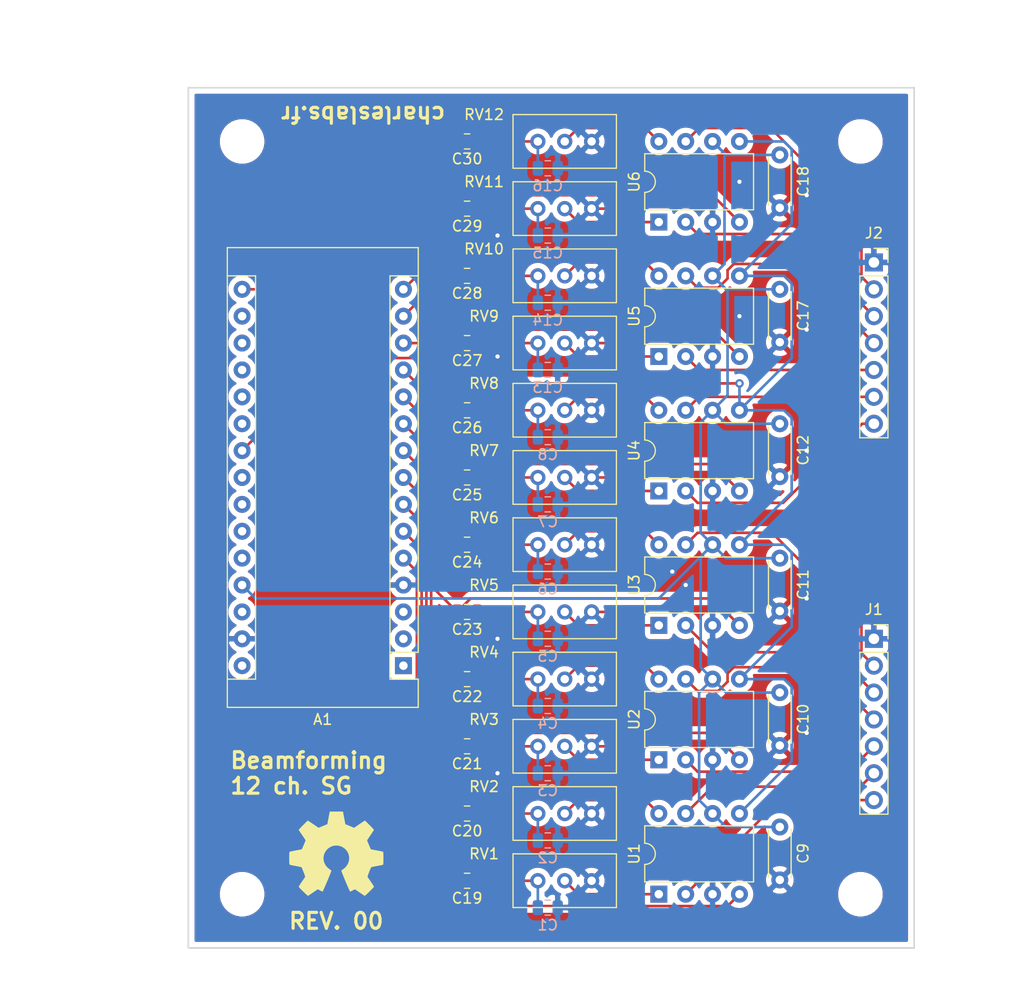
<source format=kicad_pcb>
(kicad_pcb (version 20171130) (host pcbnew 5.1.4-e60b266~84~ubuntu19.04.1)
  (title_block (title "Beamforming Signal Generator") (date 2019-12-04) (rev 00) (company charleslabs.fr))
  (layers (0 F.Cu signal) (31 B.Cu signal) (34 B.Paste user) (35 F.Paste user) (36 B.SilkS user) (37 F.SilkS user) (38 B.Mask user) (39 F.Mask user) (44 Edge.Cuts user))
  (net 0 "")
  (net 1 GND)
  (net 2 /S_0)
  (net 3 /S_1)
  (net 4 /S_2)
  (net 5 /S_3)
  (net 6 /S_4)
  (net 7 /S_5)
  (net 8 /S_6)
  (net 9 +5V)
  (net 10 /S_7)
  (net 11 /S_8)
  (net 12 /S_9)
  (net 13 /S_10)
  (net 14 /S_11)
  (net 15 /HP_5)
  (net 16 /HP_4)
  (net 17 /HP_3)
  (net 18 /HP_2)
  (net 19 /HP_1)
  (net 20 /HP_0)
  (net 21 /HP_6)
  (net 22 /HP_7)
  (net 23 /HP_8)
  (net 24 /HP_9)
  (net 25 /HP_10)
  (net 26 /HP_11)
  (net 27 "Net-(RV1-Pad2)")
  (net 28 "Net-(RV2-Pad2)")
  (net 29 "Net-(RV3-Pad2)")
  (net 30 "Net-(RV4-Pad2)")
  (net 31 "Net-(RV5-Pad2)")
  (net 32 "Net-(RV6-Pad2)")
  (net 33 "Net-(RV7-Pad2)")
  (net 34 "Net-(RV8-Pad2)")
  (net 35 "Net-(RV9-Pad2)")
  (net 36 "Net-(RV10-Pad2)")
  (net 37 "Net-(RV11-Pad2)")
  (net 38 "Net-(RV12-Pad2)")
  (net 39 /S_0C)
  (net 40 /S_1C)
  (net 41 /S_2C)
  (net 42 /S_3C)
  (net 43 /S_4C)
  (net 44 /S_5C)
  (net 45 /S_6C)
  (net 46 /S_7C)
  (net 47 /S_8C)
  (net 48 /S_9C)
  (net 49 /S_10C)
  (net 50 /S_11C)
  (net 51 /SCLK)
  (net 52 "Net-(A1-Pad1)")
  (net 53 "Net-(A1-Pad17)")
  (net 54 "Net-(A1-Pad2)")
  (net 55 "Net-(A1-Pad18)")
  (net 56 "Net-(A1-Pad3)")
  (net 57 "Net-(A1-Pad19)")
  (net 58 "Net-(A1-Pad20)")
  (net 59 "Net-(A1-Pad21)")
  (net 60 "Net-(A1-Pad23)")
  (net 61 "Net-(A1-Pad24)")
  (net 62 "Net-(A1-Pad25)")
  (net 63 "Net-(A1-Pad26)")
  (net 64 "Net-(A1-Pad28)")
  (net 65 "Net-(A1-Pad30)")
  (module Potentiometer_THT:Potentiometer_Bourns_3296W_Vertical (layer F.Cu) (at 134.62 93.98 180)
    (fp_text reference RV6 (at 5.08 2.54 180) (layer F.SilkS))
    (fp_text value 10k)
    (pad 3 thru_hole circle (at -5.08 0 180) (size 1.44 1.44) (drill 0.8) (layers *.Cu *.Mask) (net 1 GND))
    (pad 2 thru_hole circle (at -2.54 0 180) (size 1.44 1.44) (drill 0.8) (layers *.Cu *.Mask) (net 32 "Net-(RV6-Pad2)"))
    (pad 1 thru_hole circle (at 0 0 180) (size 1.44 1.44) (drill 0.8) (layers *.Cu *.Mask) (net 44 /S_5C))
  )
  (module Potentiometer_THT:Potentiometer_Bourns_3296W_Vertical (layer F.Cu) (at 134.62 100.33 180)
    (fp_text reference RV5 (at 5.08 2.54 180) (layer F.SilkS))
    (fp_text value 10k)
    (pad 1 thru_hole circle (at 0 0 180) (size 1.44 1.44) (drill 0.8) (layers *.Cu *.Mask) (net 43 /S_4C))
    (pad 2 thru_hole circle (at -2.54 0 180) (size 1.44 1.44) (drill 0.8) (layers *.Cu *.Mask) (net 31 "Net-(RV5-Pad2)"))
    (pad 3 thru_hole circle (at -5.08 0 180) (size 1.44 1.44) (drill 0.8) (layers *.Cu *.Mask) (net 1 GND))
  )
  (module Potentiometer_THT:Potentiometer_Bourns_3296W_Vertical (layer F.Cu) (at 134.62 106.68 180)
    (fp_text reference RV4 (at 5.08 2.54 180) (layer F.SilkS))
    (fp_text value 10k)
    (pad 3 thru_hole circle (at -5.08 0 180) (size 1.44 1.44) (drill 0.8) (layers *.Cu *.Mask) (net 1 GND))
    (pad 2 thru_hole circle (at -2.54 0 180) (size 1.44 1.44) (drill 0.8) (layers *.Cu *.Mask) (net 30 "Net-(RV4-Pad2)"))
    (pad 1 thru_hole circle (at 0 0 180) (size 1.44 1.44) (drill 0.8) (layers *.Cu *.Mask) (net 42 /S_3C))
  )
  (module Module:Arduino_Nano (layer F.Cu) (at 121.92 105.41 180)
    (fp_text reference A1 (at 7.62 -5.08 180) (layer F.SilkS))
    (fp_text value Arduino_Nano_v3.x)
    (pad 1 thru_hole rect (at 0 0 180) (size 1.6 1.6) (drill 0.8) (layers *.Cu *.Mask) (net 52 "Net-(A1-Pad1)"))
    (pad 17 thru_hole oval (at 15.24 33.02 180) (size 1.6 1.6) (drill 0.8) (layers *.Cu *.Mask) (net 53 "Net-(A1-Pad17)"))
    (pad 2 thru_hole oval (at 0 2.54 180) (size 1.6 1.6) (drill 0.8) (layers *.Cu *.Mask) (net 54 "Net-(A1-Pad2)"))
    (pad 18 thru_hole oval (at 15.24 30.48 180) (size 1.6 1.6) (drill 0.8) (layers *.Cu *.Mask) (net 55 "Net-(A1-Pad18)"))
    (pad 3 thru_hole oval (at 0 5.08 180) (size 1.6 1.6) (drill 0.8) (layers *.Cu *.Mask) (net 56 "Net-(A1-Pad3)"))
    (pad 19 thru_hole oval (at 15.24 27.94 180) (size 1.6 1.6) (drill 0.8) (layers *.Cu *.Mask) (net 57 "Net-(A1-Pad19)"))
    (pad 4 thru_hole oval (at 0 7.62 180) (size 1.6 1.6) (drill 0.8) (layers *.Cu *.Mask) (net 1 GND))
    (pad 20 thru_hole oval (at 15.24 25.4 180) (size 1.6 1.6) (drill 0.8) (layers *.Cu *.Mask) (net 58 "Net-(A1-Pad20)"))
    (pad 5 thru_hole oval (at 0 10.16 180) (size 1.6 1.6) (drill 0.8) (layers *.Cu *.Mask) (net 2 /S_0))
    (pad 21 thru_hole oval (at 15.24 22.86 180) (size 1.6 1.6) (drill 0.8) (layers *.Cu *.Mask) (net 59 "Net-(A1-Pad21)"))
    (pad 6 thru_hole oval (at 0 12.7 180) (size 1.6 1.6) (drill 0.8) (layers *.Cu *.Mask) (net 3 /S_1))
    (pad 22 thru_hole oval (at 15.24 20.32 180) (size 1.6 1.6) (drill 0.8) (layers *.Cu *.Mask) (net 51 /SCLK))
    (pad 7 thru_hole oval (at 0 15.24 180) (size 1.6 1.6) (drill 0.8) (layers *.Cu *.Mask) (net 4 /S_2))
    (pad 23 thru_hole oval (at 15.24 17.78 180) (size 1.6 1.6) (drill 0.8) (layers *.Cu *.Mask) (net 60 "Net-(A1-Pad23)"))
    (pad 8 thru_hole oval (at 0 17.78 180) (size 1.6 1.6) (drill 0.8) (layers *.Cu *.Mask) (net 5 /S_3))
    (pad 24 thru_hole oval (at 15.24 15.24 180) (size 1.6 1.6) (drill 0.8) (layers *.Cu *.Mask) (net 61 "Net-(A1-Pad24)"))
    (pad 9 thru_hole oval (at 0 20.32 180) (size 1.6 1.6) (drill 0.8) (layers *.Cu *.Mask) (net 6 /S_4))
    (pad 25 thru_hole oval (at 15.24 12.7 180) (size 1.6 1.6) (drill 0.8) (layers *.Cu *.Mask) (net 62 "Net-(A1-Pad25)"))
    (pad 10 thru_hole oval (at 0 22.86 180) (size 1.6 1.6) (drill 0.8) (layers *.Cu *.Mask) (net 7 /S_5))
    (pad 26 thru_hole oval (at 15.24 10.16 180) (size 1.6 1.6) (drill 0.8) (layers *.Cu *.Mask) (net 63 "Net-(A1-Pad26)"))
    (pad 11 thru_hole oval (at 0 25.4 180) (size 1.6 1.6) (drill 0.8) (layers *.Cu *.Mask) (net 8 /S_6))
    (pad 27 thru_hole oval (at 15.24 7.62 180) (size 1.6 1.6) (drill 0.8) (layers *.Cu *.Mask) (net 9 +5V))
    (pad 12 thru_hole oval (at 0 27.94 180) (size 1.6 1.6) (drill 0.8) (layers *.Cu *.Mask) (net 10 /S_7))
    (pad 28 thru_hole oval (at 15.24 5.08 180) (size 1.6 1.6) (drill 0.8) (layers *.Cu *.Mask) (net 64 "Net-(A1-Pad28)"))
    (pad 13 thru_hole oval (at 0 30.48 180) (size 1.6 1.6) (drill 0.8) (layers *.Cu *.Mask) (net 11 /S_8))
    (pad 29 thru_hole oval (at 15.24 2.54 180) (size 1.6 1.6) (drill 0.8) (layers *.Cu *.Mask) (net 1 GND))
    (pad 14 thru_hole oval (at 0 33.02 180) (size 1.6 1.6) (drill 0.8) (layers *.Cu *.Mask) (net 12 /S_9))
    (pad 30 thru_hole oval (at 15.24 0 180) (size 1.6 1.6) (drill 0.8) (layers *.Cu *.Mask) (net 65 "Net-(A1-Pad30)"))
    (pad 15 thru_hole oval (at 0 35.56 180) (size 1.6 1.6) (drill 0.8) (layers *.Cu *.Mask) (net 13 /S_10))
    (pad 16 thru_hole oval (at 15.24 35.56 180) (size 1.6 1.6) (drill 0.8) (layers *.Cu *.Mask) (net 14 /S_11))
  )
  (module Package_DIP:DIP-8_W7.62mm (layer F.Cu) (at 146.05 114.3 90)
    (fp_text reference U2 (at 3.81 -2.33 90) (layer F.SilkS))
    (fp_text value FM62429)
    (pad 1 thru_hole rect (at 0 0 90) (size 1.6 1.6) (drill 0.8) (layers *.Cu *.Mask) (net 29 "Net-(RV3-Pad2)"))
    (pad 5 thru_hole oval (at 7.62 7.62 90) (size 1.6 1.6) (drill 0.8) (layers *.Cu *.Mask) (net 51 /SCLK))
    (pad 2 thru_hole oval (at 0 2.54 90) (size 1.6 1.6) (drill 0.8) (layers *.Cu *.Mask) (net 18 /HP_2))
    (pad 6 thru_hole oval (at 7.62 5.08 90) (size 1.6 1.6) (drill 0.8) (layers *.Cu *.Mask) (net 9 +5V))
    (pad 3 thru_hole oval (at 0 5.08 90) (size 1.6 1.6) (drill 0.8) (layers *.Cu *.Mask) (net 1 GND))
    (pad 7 thru_hole oval (at 7.62 2.54 90) (size 1.6 1.6) (drill 0.8) (layers *.Cu *.Mask) (net 17 /HP_3))
    (pad 4 thru_hole oval (at 0 7.62 90) (size 1.6 1.6) (drill 0.8) (layers *.Cu *.Mask) (net 4 /S_2))
    (pad 8 thru_hole oval (at 7.62 0 90) (size 1.6 1.6) (drill 0.8) (layers *.Cu *.Mask) (net 30 "Net-(RV4-Pad2)"))
  )
  (module Capacitor_SMD:C_0805_2012Metric (layer B.Cu) (at 135.5575 128.27)
    (fp_text reference C1 (at 0 1.65) (layer B.SilkS) (effects (justify mirror)))
    (fp_text value 100n)
    (pad 2 smd roundrect (at 0.9375 0) (size 0.975 1.4) (layers B.Cu B.Paste B.Mask) (net 1 GND))
    (pad 1 smd roundrect (at -0.9375 0) (size 0.975 1.4) (layers B.Cu B.Paste B.Mask) (net 39 /S_0C))
  )
  (module Capacitor_SMD:C_0805_2012Metric (layer B.Cu) (at 135.5575 121.92)
    (fp_text reference C2 (at 0 1.65) (layer B.SilkS) (effects (justify mirror)))
    (fp_text value 100n)
    (pad 1 smd roundrect (at -0.9375 0) (size 0.975 1.4) (layers B.Cu B.Paste B.Mask) (net 40 /S_1C))
    (pad 2 smd roundrect (at 0.9375 0) (size 0.975 1.4) (layers B.Cu B.Paste B.Mask) (net 1 GND))
  )
  (module Capacitor_SMD:C_0805_2012Metric (layer B.Cu) (at 135.5575 115.57)
    (fp_text reference C3 (at 0 1.65) (layer B.SilkS) (effects (justify mirror)))
    (fp_text value 100n)
    (pad 1 smd roundrect (at -0.9375 0) (size 0.975 1.4) (layers B.Cu B.Paste B.Mask) (net 41 /S_2C))
    (pad 2 smd roundrect (at 0.9375 0) (size 0.975 1.4) (layers B.Cu B.Paste B.Mask) (net 1 GND))
  )
  (module Capacitor_SMD:C_0805_2012Metric (layer B.Cu) (at 135.5575 109.22)
    (fp_text reference C4 (at 0 1.65) (layer B.SilkS) (effects (justify mirror)))
    (fp_text value 100n)
    (pad 2 smd roundrect (at 0.9375 0) (size 0.975 1.4) (layers B.Cu B.Paste B.Mask) (net 1 GND))
    (pad 1 smd roundrect (at -0.9375 0) (size 0.975 1.4) (layers B.Cu B.Paste B.Mask) (net 42 /S_3C))
  )
  (module Capacitor_SMD:C_0805_2012Metric (layer B.Cu) (at 135.5575 102.87)
    (fp_text reference C5 (at 0 1.65) (layer B.SilkS) (effects (justify mirror)))
    (fp_text value 100n)
    (pad 2 smd roundrect (at 0.9375 0) (size 0.975 1.4) (layers B.Cu B.Paste B.Mask) (net 1 GND))
    (pad 1 smd roundrect (at -0.9375 0) (size 0.975 1.4) (layers B.Cu B.Paste B.Mask) (net 43 /S_4C))
  )
  (module Capacitor_SMD:C_0805_2012Metric (layer B.Cu) (at 135.5575 96.52)
    (fp_text reference C6 (at 0 1.65) (layer B.SilkS) (effects (justify mirror)))
    (fp_text value 100n)
    (pad 1 smd roundrect (at -0.9375 0) (size 0.975 1.4) (layers B.Cu B.Paste B.Mask) (net 44 /S_5C))
    (pad 2 smd roundrect (at 0.9375 0) (size 0.975 1.4) (layers B.Cu B.Paste B.Mask) (net 1 GND))
  )
  (module Capacitor_SMD:C_0805_2012Metric (layer B.Cu) (at 135.5575 90.17)
    (fp_text reference C7 (at 0 1.65) (layer B.SilkS) (effects (justify mirror)))
    (fp_text value 100n)
    (pad 1 smd roundrect (at -0.9375 0) (size 0.975 1.4) (layers B.Cu B.Paste B.Mask) (net 45 /S_6C))
    (pad 2 smd roundrect (at 0.9375 0) (size 0.975 1.4) (layers B.Cu B.Paste B.Mask) (net 1 GND))
  )
  (module Capacitor_SMD:C_0805_2012Metric (layer B.Cu) (at 135.5575 83.82)
    (fp_text reference C8 (at 0 1.65) (layer B.SilkS) (effects (justify mirror)))
    (fp_text value 100n)
    (pad 2 smd roundrect (at 0.9375 0) (size 0.975 1.4) (layers B.Cu B.Paste B.Mask) (net 1 GND))
    (pad 1 smd roundrect (at -0.9375 0) (size 0.975 1.4) (layers B.Cu B.Paste B.Mask) (net 46 /S_7C))
  )
  (module Capacitor_SMD:C_0805_2012Metric (layer B.Cu) (at 135.5575 77.47)
    (fp_text reference C13 (at 0 1.65) (layer B.SilkS) (effects (justify mirror)))
    (fp_text value 100n)
    (pad 1 smd roundrect (at -0.9375 0) (size 0.975 1.4) (layers B.Cu B.Paste B.Mask) (net 47 /S_8C))
    (pad 2 smd roundrect (at 0.9375 0) (size 0.975 1.4) (layers B.Cu B.Paste B.Mask) (net 1 GND))
  )
  (module Capacitor_SMD:C_0805_2012Metric (layer B.Cu) (at 135.5575 71.12)
    (fp_text reference C14 (at 0 1.65) (layer B.SilkS) (effects (justify mirror)))
    (fp_text value 100n)
    (pad 2 smd roundrect (at 0.9375 0) (size 0.975 1.4) (layers B.Cu B.Paste B.Mask) (net 1 GND))
    (pad 1 smd roundrect (at -0.9375 0) (size 0.975 1.4) (layers B.Cu B.Paste B.Mask) (net 48 /S_9C))
  )
  (module Capacitor_SMD:C_0805_2012Metric (layer B.Cu) (at 135.5575 64.77)
    (fp_text reference C15 (at 0 1.65) (layer B.SilkS) (effects (justify mirror)))
    (fp_text value 100n)
    (pad 1 smd roundrect (at -0.9375 0) (size 0.975 1.4) (layers B.Cu B.Paste B.Mask) (net 49 /S_10C))
    (pad 2 smd roundrect (at 0.9375 0) (size 0.975 1.4) (layers B.Cu B.Paste B.Mask) (net 1 GND))
  )
  (module Capacitor_SMD:C_0805_2012Metric (layer B.Cu) (at 135.5575 58.42)
    (fp_text reference C16 (at 0 1.65) (layer B.SilkS) (effects (justify mirror)))
    (fp_text value 100n)
    (pad 2 smd roundrect (at 0.9375 0) (size 0.975 1.4) (layers B.Cu B.Paste B.Mask) (net 1 GND))
    (pad 1 smd roundrect (at -0.9375 0) (size 0.975 1.4) (layers B.Cu B.Paste B.Mask) (net 50 /S_11C))
  )
  (module Connector_PinSocket_2.54mm:PinSocket_1x07_P2.54mm_Vertical (layer F.Cu) (at 166.37 102.87)
    (fp_text reference J1 (at 0 -2.77) (layer F.SilkS))
    (fp_text value HP_0)
    (pad 7 thru_hole oval (at 0 15.24) (size 1.7 1.7) (drill 1) (layers *.Cu *.Mask) (net 20 /HP_0))
    (pad 6 thru_hole oval (at 0 12.7) (size 1.7 1.7) (drill 1) (layers *.Cu *.Mask) (net 19 /HP_1))
    (pad 5 thru_hole oval (at 0 10.16) (size 1.7 1.7) (drill 1) (layers *.Cu *.Mask) (net 18 /HP_2))
    (pad 4 thru_hole oval (at 0 7.62) (size 1.7 1.7) (drill 1) (layers *.Cu *.Mask) (net 17 /HP_3))
    (pad 3 thru_hole oval (at 0 5.08) (size 1.7 1.7) (drill 1) (layers *.Cu *.Mask) (net 16 /HP_4))
    (pad 2 thru_hole oval (at 0 2.54) (size 1.7 1.7) (drill 1) (layers *.Cu *.Mask) (net 15 /HP_5))
    (pad 1 thru_hole rect (at 0 0) (size 1.7 1.7) (drill 1) (layers *.Cu *.Mask) (net 1 GND))
  )
  (module Connector_PinSocket_2.54mm:PinSocket_1x07_P2.54mm_Vertical (layer F.Cu) (at 166.37 67.31)
    (fp_text reference J2 (at 0 -2.77) (layer F.SilkS))
    (fp_text value HP_1)
    (pad 1 thru_hole rect (at 0 0) (size 1.7 1.7) (drill 1) (layers *.Cu *.Mask) (net 1 GND))
    (pad 2 thru_hole oval (at 0 2.54) (size 1.7 1.7) (drill 1) (layers *.Cu *.Mask) (net 26 /HP_11))
    (pad 3 thru_hole oval (at 0 5.08) (size 1.7 1.7) (drill 1) (layers *.Cu *.Mask) (net 25 /HP_10))
    (pad 4 thru_hole oval (at 0 7.62) (size 1.7 1.7) (drill 1) (layers *.Cu *.Mask) (net 24 /HP_9))
    (pad 5 thru_hole oval (at 0 10.16) (size 1.7 1.7) (drill 1) (layers *.Cu *.Mask) (net 23 /HP_8))
    (pad 6 thru_hole oval (at 0 12.7) (size 1.7 1.7) (drill 1) (layers *.Cu *.Mask) (net 22 /HP_7))
    (pad 7 thru_hole oval (at 0 15.24) (size 1.7 1.7) (drill 1) (layers *.Cu *.Mask) (net 21 /HP_6))
  )
  (module Potentiometer_THT:Potentiometer_Bourns_3296W_Vertical (layer F.Cu) (at 134.62 125.73 180)
    (fp_text reference RV1 (at 5.08 2.54 180) (layer F.SilkS))
    (fp_text value 10k)
    (pad 1 thru_hole circle (at 0 0 180) (size 1.44 1.44) (drill 0.8) (layers *.Cu *.Mask) (net 39 /S_0C))
    (pad 2 thru_hole circle (at -2.54 0 180) (size 1.44 1.44) (drill 0.8) (layers *.Cu *.Mask) (net 27 "Net-(RV1-Pad2)"))
    (pad 3 thru_hole circle (at -5.08 0 180) (size 1.44 1.44) (drill 0.8) (layers *.Cu *.Mask) (net 1 GND))
  )
  (module Potentiometer_THT:Potentiometer_Bourns_3296W_Vertical (layer F.Cu) (at 134.62 119.38 180)
    (fp_text reference RV2 (at 5.08 2.54 180) (layer F.SilkS))
    (fp_text value 10k)
    (pad 3 thru_hole circle (at -5.08 0 180) (size 1.44 1.44) (drill 0.8) (layers *.Cu *.Mask) (net 1 GND))
    (pad 2 thru_hole circle (at -2.54 0 180) (size 1.44 1.44) (drill 0.8) (layers *.Cu *.Mask) (net 28 "Net-(RV2-Pad2)"))
    (pad 1 thru_hole circle (at 0 0 180) (size 1.44 1.44) (drill 0.8) (layers *.Cu *.Mask) (net 40 /S_1C))
  )
  (module Potentiometer_THT:Potentiometer_Bourns_3296W_Vertical (layer F.Cu) (at 134.62 113.03 180)
    (fp_text reference RV3 (at 5.08 2.54 180) (layer F.SilkS))
    (fp_text value 10k)
    (pad 1 thru_hole circle (at 0 0 180) (size 1.44 1.44) (drill 0.8) (layers *.Cu *.Mask) (net 41 /S_2C))
    (pad 2 thru_hole circle (at -2.54 0 180) (size 1.44 1.44) (drill 0.8) (layers *.Cu *.Mask) (net 29 "Net-(RV3-Pad2)"))
    (pad 3 thru_hole circle (at -5.08 0 180) (size 1.44 1.44) (drill 0.8) (layers *.Cu *.Mask) (net 1 GND))
  )
  (module Potentiometer_THT:Potentiometer_Bourns_3296W_Vertical (layer F.Cu) (at 134.62 87.63 180)
    (fp_text reference RV7 (at 5.08 2.54 180) (layer F.SilkS))
    (fp_text value 10k)
    (pad 1 thru_hole circle (at 0 0 180) (size 1.44 1.44) (drill 0.8) (layers *.Cu *.Mask) (net 45 /S_6C))
    (pad 2 thru_hole circle (at -2.54 0 180) (size 1.44 1.44) (drill 0.8) (layers *.Cu *.Mask) (net 33 "Net-(RV7-Pad2)"))
    (pad 3 thru_hole circle (at -5.08 0 180) (size 1.44 1.44) (drill 0.8) (layers *.Cu *.Mask) (net 1 GND))
  )
  (module Potentiometer_THT:Potentiometer_Bourns_3296W_Vertical (layer F.Cu) (at 134.62 81.28 180)
    (fp_text reference RV8 (at 5.08 2.54 180) (layer F.SilkS))
    (fp_text value 10k)
    (pad 3 thru_hole circle (at -5.08 0 180) (size 1.44 1.44) (drill 0.8) (layers *.Cu *.Mask) (net 1 GND))
    (pad 2 thru_hole circle (at -2.54 0 180) (size 1.44 1.44) (drill 0.8) (layers *.Cu *.Mask) (net 34 "Net-(RV8-Pad2)"))
    (pad 1 thru_hole circle (at 0 0 180) (size 1.44 1.44) (drill 0.8) (layers *.Cu *.Mask) (net 46 /S_7C))
  )
  (module Potentiometer_THT:Potentiometer_Bourns_3296W_Vertical (layer F.Cu) (at 134.62 74.93 180)
    (fp_text reference RV9 (at 5.08 2.54 180) (layer F.SilkS))
    (fp_text value 10k)
    (pad 3 thru_hole circle (at -5.08 0 180) (size 1.44 1.44) (drill 0.8) (layers *.Cu *.Mask) (net 1 GND))
    (pad 2 thru_hole circle (at -2.54 0 180) (size 1.44 1.44) (drill 0.8) (layers *.Cu *.Mask) (net 35 "Net-(RV9-Pad2)"))
    (pad 1 thru_hole circle (at 0 0 180) (size 1.44 1.44) (drill 0.8) (layers *.Cu *.Mask) (net 47 /S_8C))
  )
  (module Potentiometer_THT:Potentiometer_Bourns_3296W_Vertical (layer F.Cu) (at 134.62 68.58 180)
    (fp_text reference RV10 (at 5.08 2.54 180) (layer F.SilkS))
    (fp_text value 10k)
    (pad 1 thru_hole circle (at 0 0 180) (size 1.44 1.44) (drill 0.8) (layers *.Cu *.Mask) (net 48 /S_9C))
    (pad 2 thru_hole circle (at -2.54 0 180) (size 1.44 1.44) (drill 0.8) (layers *.Cu *.Mask) (net 36 "Net-(RV10-Pad2)"))
    (pad 3 thru_hole circle (at -5.08 0 180) (size 1.44 1.44) (drill 0.8) (layers *.Cu *.Mask) (net 1 GND))
  )
  (module Potentiometer_THT:Potentiometer_Bourns_3296W_Vertical (layer F.Cu) (at 134.62 62.23 180)
    (fp_text reference RV11 (at 5.08 2.54 180) (layer F.SilkS))
    (fp_text value 10k)
    (pad 3 thru_hole circle (at -5.08 0 180) (size 1.44 1.44) (drill 0.8) (layers *.Cu *.Mask) (net 1 GND))
    (pad 2 thru_hole circle (at -2.54 0 180) (size 1.44 1.44) (drill 0.8) (layers *.Cu *.Mask) (net 37 "Net-(RV11-Pad2)"))
    (pad 1 thru_hole circle (at 0 0 180) (size 1.44 1.44) (drill 0.8) (layers *.Cu *.Mask) (net 49 /S_10C))
  )
  (module Potentiometer_THT:Potentiometer_Bourns_3296W_Vertical (layer F.Cu) (at 134.62 55.88 180)
    (fp_text reference RV12 (at 5.08 2.54 180) (layer F.SilkS))
    (fp_text value 10k)
    (pad 1 thru_hole circle (at 0 0 180) (size 1.44 1.44) (drill 0.8) (layers *.Cu *.Mask) (net 50 /S_11C))
    (pad 2 thru_hole circle (at -2.54 0 180) (size 1.44 1.44) (drill 0.8) (layers *.Cu *.Mask) (net 38 "Net-(RV12-Pad2)"))
    (pad 3 thru_hole circle (at -5.08 0 180) (size 1.44 1.44) (drill 0.8) (layers *.Cu *.Mask) (net 1 GND))
  )
  (module Package_DIP:DIP-8_W7.62mm (layer F.Cu) (at 146.05 127 90)
    (fp_text reference U1 (at 3.81 -2.33 90) (layer F.SilkS))
    (fp_text value FM62429)
    (pad 8 thru_hole oval (at 7.62 0 90) (size 1.6 1.6) (drill 0.8) (layers *.Cu *.Mask) (net 28 "Net-(RV2-Pad2)"))
    (pad 4 thru_hole oval (at 0 7.62 90) (size 1.6 1.6) (drill 0.8) (layers *.Cu *.Mask) (net 2 /S_0))
    (pad 7 thru_hole oval (at 7.62 2.54 90) (size 1.6 1.6) (drill 0.8) (layers *.Cu *.Mask) (net 19 /HP_1))
    (pad 3 thru_hole oval (at 0 5.08 90) (size 1.6 1.6) (drill 0.8) (layers *.Cu *.Mask) (net 1 GND))
    (pad 6 thru_hole oval (at 7.62 5.08 90) (size 1.6 1.6) (drill 0.8) (layers *.Cu *.Mask) (net 9 +5V))
    (pad 2 thru_hole oval (at 0 2.54 90) (size 1.6 1.6) (drill 0.8) (layers *.Cu *.Mask) (net 20 /HP_0))
    (pad 5 thru_hole oval (at 7.62 7.62 90) (size 1.6 1.6) (drill 0.8) (layers *.Cu *.Mask) (net 51 /SCLK))
    (pad 1 thru_hole rect (at 0 0 90) (size 1.6 1.6) (drill 0.8) (layers *.Cu *.Mask) (net 27 "Net-(RV1-Pad2)"))
  )
  (module Package_DIP:DIP-8_W7.62mm (layer F.Cu) (at 146.05 101.6 90)
    (fp_text reference U3 (at 3.81 -2.33 90) (layer F.SilkS))
    (fp_text value FM62429)
    (pad 1 thru_hole rect (at 0 0 90) (size 1.6 1.6) (drill 0.8) (layers *.Cu *.Mask) (net 31 "Net-(RV5-Pad2)"))
    (pad 5 thru_hole oval (at 7.62 7.62 90) (size 1.6 1.6) (drill 0.8) (layers *.Cu *.Mask) (net 51 /SCLK))
    (pad 2 thru_hole oval (at 0 2.54 90) (size 1.6 1.6) (drill 0.8) (layers *.Cu *.Mask) (net 16 /HP_4))
    (pad 6 thru_hole oval (at 7.62 5.08 90) (size 1.6 1.6) (drill 0.8) (layers *.Cu *.Mask) (net 9 +5V))
    (pad 3 thru_hole oval (at 0 5.08 90) (size 1.6 1.6) (drill 0.8) (layers *.Cu *.Mask) (net 1 GND))
    (pad 7 thru_hole oval (at 7.62 2.54 90) (size 1.6 1.6) (drill 0.8) (layers *.Cu *.Mask) (net 15 /HP_5))
    (pad 4 thru_hole oval (at 0 7.62 90) (size 1.6 1.6) (drill 0.8) (layers *.Cu *.Mask) (net 6 /S_4))
    (pad 8 thru_hole oval (at 7.62 0 90) (size 1.6 1.6) (drill 0.8) (layers *.Cu *.Mask) (net 32 "Net-(RV6-Pad2)"))
  )
  (module Package_DIP:DIP-8_W7.62mm (layer F.Cu) (at 146.05 88.9 90)
    (fp_text reference U4 (at 3.81 -2.33 90) (layer F.SilkS))
    (fp_text value FM62429)
    (pad 1 thru_hole rect (at 0 0 90) (size 1.6 1.6) (drill 0.8) (layers *.Cu *.Mask) (net 33 "Net-(RV7-Pad2)"))
    (pad 5 thru_hole oval (at 7.62 7.62 90) (size 1.6 1.6) (drill 0.8) (layers *.Cu *.Mask) (net 51 /SCLK))
    (pad 2 thru_hole oval (at 0 2.54 90) (size 1.6 1.6) (drill 0.8) (layers *.Cu *.Mask) (net 21 /HP_6))
    (pad 6 thru_hole oval (at 7.62 5.08 90) (size 1.6 1.6) (drill 0.8) (layers *.Cu *.Mask) (net 9 +5V))
    (pad 3 thru_hole oval (at 0 5.08 90) (size 1.6 1.6) (drill 0.8) (layers *.Cu *.Mask) (net 1 GND))
    (pad 7 thru_hole oval (at 7.62 2.54 90) (size 1.6 1.6) (drill 0.8) (layers *.Cu *.Mask) (net 22 /HP_7))
    (pad 4 thru_hole oval (at 0 7.62 90) (size 1.6 1.6) (drill 0.8) (layers *.Cu *.Mask) (net 8 /S_6))
    (pad 8 thru_hole oval (at 7.62 0 90) (size 1.6 1.6) (drill 0.8) (layers *.Cu *.Mask) (net 34 "Net-(RV8-Pad2)"))
  )
  (module Package_DIP:DIP-8_W7.62mm (layer F.Cu) (at 146.05 76.2 90)
    (fp_text reference U5 (at 3.81 -2.33 90) (layer F.SilkS))
    (fp_text value FM62429)
    (pad 8 thru_hole oval (at 7.62 0 90) (size 1.6 1.6) (drill 0.8) (layers *.Cu *.Mask) (net 36 "Net-(RV10-Pad2)"))
    (pad 4 thru_hole oval (at 0 7.62 90) (size 1.6 1.6) (drill 0.8) (layers *.Cu *.Mask) (net 11 /S_8))
    (pad 7 thru_hole oval (at 7.62 2.54 90) (size 1.6 1.6) (drill 0.8) (layers *.Cu *.Mask) (net 24 /HP_9))
    (pad 3 thru_hole oval (at 0 5.08 90) (size 1.6 1.6) (drill 0.8) (layers *.Cu *.Mask) (net 1 GND))
    (pad 6 thru_hole oval (at 7.62 5.08 90) (size 1.6 1.6) (drill 0.8) (layers *.Cu *.Mask) (net 9 +5V))
    (pad 2 thru_hole oval (at 0 2.54 90) (size 1.6 1.6) (drill 0.8) (layers *.Cu *.Mask) (net 23 /HP_8))
    (pad 5 thru_hole oval (at 7.62 7.62 90) (size 1.6 1.6) (drill 0.8) (layers *.Cu *.Mask) (net 51 /SCLK))
    (pad 1 thru_hole rect (at 0 0 90) (size 1.6 1.6) (drill 0.8) (layers *.Cu *.Mask) (net 35 "Net-(RV9-Pad2)"))
  )
  (module Package_DIP:DIP-8_W7.62mm (layer F.Cu) (at 146.05 63.5 90)
    (fp_text reference U6 (at 3.81 -2.33 90) (layer F.SilkS))
    (fp_text value FM62429)
    (pad 8 thru_hole oval (at 7.62 0 90) (size 1.6 1.6) (drill 0.8) (layers *.Cu *.Mask) (net 38 "Net-(RV12-Pad2)"))
    (pad 4 thru_hole oval (at 0 7.62 90) (size 1.6 1.6) (drill 0.8) (layers *.Cu *.Mask) (net 13 /S_10))
    (pad 7 thru_hole oval (at 7.62 2.54 90) (size 1.6 1.6) (drill 0.8) (layers *.Cu *.Mask) (net 26 /HP_11))
    (pad 3 thru_hole oval (at 0 5.08 90) (size 1.6 1.6) (drill 0.8) (layers *.Cu *.Mask) (net 1 GND))
    (pad 6 thru_hole oval (at 7.62 5.08 90) (size 1.6 1.6) (drill 0.8) (layers *.Cu *.Mask) (net 9 +5V))
    (pad 2 thru_hole oval (at 0 2.54 90) (size 1.6 1.6) (drill 0.8) (layers *.Cu *.Mask) (net 25 /HP_10))
    (pad 5 thru_hole oval (at 7.62 7.62 90) (size 1.6 1.6) (drill 0.8) (layers *.Cu *.Mask) (net 51 /SCLK))
    (pad 1 thru_hole rect (at 0 0 90) (size 1.6 1.6) (drill 0.8) (layers *.Cu *.Mask) (net 37 "Net-(RV11-Pad2)"))
  )
  (module MountingHole:MountingHole_3.2mm_M3 (layer F.Cu) (at 165.1 127)
    (fp_text reference MH1 hide)
    (fp_text value MountingHole)
    (pad 1 np_thru_hole circle (at 0 0) (size 3.2 3.2) (drill 3.2) (layers *.Cu *.Mask))
  )
  (module MountingHole:MountingHole_3.2mm_M3 (layer F.Cu) (at 106.68 127)
    (fp_text reference MH2 hide)
    (fp_text value MountingHole)
    (pad 1 np_thru_hole circle (at 0 0) (size 3.2 3.2) (drill 3.2) (layers *.Cu *.Mask))
  )
  (module MountingHole:MountingHole_3.2mm_M3 (layer F.Cu) (at 106.68 55.88)
    (fp_text reference MH3 hide)
    (fp_text value MountingHole)
    (pad 1 np_thru_hole circle (at 0 0) (size 3.2 3.2) (drill 3.2) (layers *.Cu *.Mask))
  )
  (module MountingHole:MountingHole_3.2mm_M3 (layer F.Cu) (at 165.1 55.88)
    (fp_text reference MH4 hide)
    (fp_text value MountingHole)
    (pad 1 np_thru_hole circle (at 0 0) (size 3.2 3.2) (drill 3.2) (layers *.Cu *.Mask))
  )
  (module Capacitor_THT:C_Disc_D4.3mm_W1.9mm_P5.00mm (layer F.Cu) (at 157.48 120.65 270)
    (fp_text reference C9 (at 2.5 -2.2 270) (layer F.SilkS))
    (fp_text value 100n)
    (pad 1 thru_hole circle (at 0 0 270) (size 1.6 1.6) (drill 0.8) (layers *.Cu *.Mask) (net 9 +5V))
    (pad 2 thru_hole circle (at 5 0 270) (size 1.6 1.6) (drill 0.8) (layers *.Cu *.Mask) (net 1 GND))
  )
  (module Capacitor_THT:C_Disc_D4.3mm_W1.9mm_P5.00mm (layer F.Cu) (at 157.48 107.95 270)
    (fp_text reference C10 (at 2.5 -2.2 270) (layer F.SilkS))
    (fp_text value 100n)
    (pad 1 thru_hole circle (at 0 0 270) (size 1.6 1.6) (drill 0.8) (layers *.Cu *.Mask) (net 9 +5V))
    (pad 2 thru_hole circle (at 5 0 270) (size 1.6 1.6) (drill 0.8) (layers *.Cu *.Mask) (net 1 GND))
  )
  (module Capacitor_THT:C_Disc_D4.3mm_W1.9mm_P5.00mm (layer F.Cu) (at 157.48 95.25 270)
    (fp_text reference C11 (at 2.5 -2.2 270) (layer F.SilkS))
    (fp_text value 100n)
    (pad 2 thru_hole circle (at 5 0 270) (size 1.6 1.6) (drill 0.8) (layers *.Cu *.Mask) (net 1 GND))
    (pad 1 thru_hole circle (at 0 0 270) (size 1.6 1.6) (drill 0.8) (layers *.Cu *.Mask) (net 9 +5V))
  )
  (module Capacitor_THT:C_Disc_D4.3mm_W1.9mm_P5.00mm (layer F.Cu) (at 157.48 82.55 270)
    (fp_text reference C12 (at 2.5 -2.2 270) (layer F.SilkS))
    (fp_text value 100n)
    (pad 2 thru_hole circle (at 5 0 270) (size 1.6 1.6) (drill 0.8) (layers *.Cu *.Mask) (net 1 GND))
    (pad 1 thru_hole circle (at 0 0 270) (size 1.6 1.6) (drill 0.8) (layers *.Cu *.Mask) (net 9 +5V))
  )
  (module Capacitor_THT:C_Disc_D4.3mm_W1.9mm_P5.00mm (layer F.Cu) (at 157.48 69.85 270)
    (fp_text reference C17 (at 2.5 -2.2 270) (layer F.SilkS))
    (fp_text value 100n)
    (pad 1 thru_hole circle (at 0 0 270) (size 1.6 1.6) (drill 0.8) (layers *.Cu *.Mask) (net 9 +5V))
    (pad 2 thru_hole circle (at 5 0 270) (size 1.6 1.6) (drill 0.8) (layers *.Cu *.Mask) (net 1 GND))
  )
  (module Capacitor_THT:C_Disc_D4.3mm_W1.9mm_P5.00mm (layer F.Cu) (at 157.48 57.15 270)
    (fp_text reference C18 (at 2.5 -2.2 270) (layer F.SilkS))
    (fp_text value 100n)
    (pad 2 thru_hole circle (at 5 0 270) (size 1.6 1.6) (drill 0.8) (layers *.Cu *.Mask) (net 1 GND))
    (pad 1 thru_hole circle (at 0 0 270) (size 1.6 1.6) (drill 0.8) (layers *.Cu *.Mask) (net 9 +5V))
  )
  (module Symbol:OSHW-Symbol_8.9x8mm_SilkScreen (layer F.Cu) (at 115.57 123.19)
    (fp_text reference LOGO1 hide)
    (fp_text value Logo_Open_Hardware_Large hide)
  )
  (module Capacitor_SMD:C_0805_2012Metric (layer F.Cu) (at 127.9375 125.73 180)
    (fp_text reference C19 (at 0 -1.65 180) (layer F.SilkS))
    (fp_text value 2.2u)
    (pad 2 smd roundrect (at 0.9375 0 180) (size 0.975 1.4) (layers F.Cu F.Paste F.Mask) (net 2 /S_0))
    (pad 1 smd roundrect (at -0.9375 0 180) (size 0.975 1.4) (layers F.Cu F.Paste F.Mask) (net 39 /S_0C))
  )
  (module Capacitor_SMD:C_0805_2012Metric (layer F.Cu) (at 127.9375 119.38 180)
    (fp_text reference C20 (at 0 -1.65 180) (layer F.SilkS))
    (fp_text value 2.2u)
    (pad 1 smd roundrect (at -0.9375 0 180) (size 0.975 1.4) (layers F.Cu F.Paste F.Mask) (net 40 /S_1C))
    (pad 2 smd roundrect (at 0.9375 0 180) (size 0.975 1.4) (layers F.Cu F.Paste F.Mask) (net 3 /S_1))
  )
  (module Capacitor_SMD:C_0805_2012Metric (layer F.Cu) (at 127.9375 113.03 180)
    (fp_text reference C21 (at 0 -1.65 180) (layer F.SilkS))
    (fp_text value 2.2u)
    (pad 2 smd roundrect (at 0.9375 0 180) (size 0.975 1.4) (layers F.Cu F.Paste F.Mask) (net 4 /S_2))
    (pad 1 smd roundrect (at -0.9375 0 180) (size 0.975 1.4) (layers F.Cu F.Paste F.Mask) (net 41 /S_2C))
  )
  (module Capacitor_SMD:C_0805_2012Metric (layer F.Cu) (at 127.9375 106.68 180)
    (fp_text reference C22 (at 0 -1.65 180) (layer F.SilkS))
    (fp_text value 2.2u)
    (pad 1 smd roundrect (at -0.9375 0 180) (size 0.975 1.4) (layers F.Cu F.Paste F.Mask) (net 42 /S_3C))
    (pad 2 smd roundrect (at 0.9375 0 180) (size 0.975 1.4) (layers F.Cu F.Paste F.Mask) (net 5 /S_3))
  )
  (module Capacitor_SMD:C_0805_2012Metric (layer F.Cu) (at 127.9375 100.33 180)
    (fp_text reference C23 (at 0 -1.65 180) (layer F.SilkS))
    (fp_text value 2.2u)
    (pad 2 smd roundrect (at 0.9375 0 180) (size 0.975 1.4) (layers F.Cu F.Paste F.Mask) (net 6 /S_4))
    (pad 1 smd roundrect (at -0.9375 0 180) (size 0.975 1.4) (layers F.Cu F.Paste F.Mask) (net 43 /S_4C))
  )
  (module Capacitor_SMD:C_0805_2012Metric (layer F.Cu) (at 127.9375 93.98 180)
    (fp_text reference C24 (at 0 -1.65 180) (layer F.SilkS))
    (fp_text value 2.2u)
    (pad 1 smd roundrect (at -0.9375 0 180) (size 0.975 1.4) (layers F.Cu F.Paste F.Mask) (net 44 /S_5C))
    (pad 2 smd roundrect (at 0.9375 0 180) (size 0.975 1.4) (layers F.Cu F.Paste F.Mask) (net 7 /S_5))
  )
  (module Capacitor_SMD:C_0805_2012Metric (layer F.Cu) (at 127.9375 87.63 180)
    (fp_text reference C25 (at 0 -1.65 180) (layer F.SilkS))
    (fp_text value 2.2u)
    (pad 2 smd roundrect (at 0.9375 0 180) (size 0.975 1.4) (layers F.Cu F.Paste F.Mask) (net 8 /S_6))
    (pad 1 smd roundrect (at -0.9375 0 180) (size 0.975 1.4) (layers F.Cu F.Paste F.Mask) (net 45 /S_6C))
  )
  (module Capacitor_SMD:C_0805_2012Metric (layer F.Cu) (at 127.9375 81.28 180)
    (fp_text reference C26 (at 0 -1.65 180) (layer F.SilkS))
    (fp_text value 2.2u)
    (pad 1 smd roundrect (at -0.9375 0 180) (size 0.975 1.4) (layers F.Cu F.Paste F.Mask) (net 46 /S_7C))
    (pad 2 smd roundrect (at 0.9375 0 180) (size 0.975 1.4) (layers F.Cu F.Paste F.Mask) (net 10 /S_7))
  )
  (module Capacitor_SMD:C_0805_2012Metric (layer F.Cu) (at 127.9375 74.93 180)
    (fp_text reference C27 (at 0 -1.65 180) (layer F.SilkS))
    (fp_text value 2.2u)
    (pad 2 smd roundrect (at 0.9375 0 180) (size 0.975 1.4) (layers F.Cu F.Paste F.Mask) (net 11 /S_8))
    (pad 1 smd roundrect (at -0.9375 0 180) (size 0.975 1.4) (layers F.Cu F.Paste F.Mask) (net 47 /S_8C))
  )
  (module Capacitor_SMD:C_0805_2012Metric (layer F.Cu) (at 127.9375 68.58 180)
    (fp_text reference C28 (at 0 -1.65 180) (layer F.SilkS))
    (fp_text value 2.2u)
    (pad 1 smd roundrect (at -0.9375 0 180) (size 0.975 1.4) (layers F.Cu F.Paste F.Mask) (net 48 /S_9C))
    (pad 2 smd roundrect (at 0.9375 0 180) (size 0.975 1.4) (layers F.Cu F.Paste F.Mask) (net 12 /S_9))
  )
  (module Capacitor_SMD:C_0805_2012Metric (layer F.Cu) (at 127.9375 62.23 180)
    (fp_text reference C29 (at 0 -1.65 180) (layer F.SilkS))
    (fp_text value 2.2u)
    (pad 2 smd roundrect (at 0.9375 0 180) (size 0.975 1.4) (layers F.Cu F.Paste F.Mask) (net 13 /S_10))
    (pad 1 smd roundrect (at -0.9375 0 180) (size 0.975 1.4) (layers F.Cu F.Paste F.Mask) (net 49 /S_10C))
  )
  (module Capacitor_SMD:C_0805_2012Metric (layer F.Cu) (at 127.9375 55.88 180)
    (fp_text reference C30 (at 0 -1.65 180) (layer F.SilkS))
    (fp_text value 2.2u)
    (pad 1 smd roundrect (at -0.9375 0 180) (size 0.975 1.4) (layers F.Cu F.Paste F.Mask) (net 50 /S_11C))
    (pad 2 smd roundrect (at 0.9375 0 180) (size 0.975 1.4) (layers F.Cu F.Paste F.Mask) (net 14 /S_11))
  )
  (gr_text charleslabs.fr (at 118.11 53.34 180) (layer F.SilkS) (effects (font (size 1.5 1.5) (thickness 0.3))))
  (gr_text "REV. 00" (at 115.57 129.54) (layer F.SilkS) (effects (font (size 1.5 1.5) (thickness 0.3))))
  (gr_text "Beamforming\n12 ch. SG" (at 105.41 115.57) (layer F.SilkS) (effects (font (size 1.5 1.5) (thickness 0.3)) (justify left)))
  (gr_line (start 101.6 132.08) (end 101.6 50.8) (layer Edge.Cuts) (width 0.15))
  (gr_line (start 170.18 132.08) (end 101.6 132.08) (layer Edge.Cuts) (width 0.15))
  (gr_line (start 170.18 50.8) (end 170.18 132.08) (layer Edge.Cuts) (width 0.15))
  (gr_line (start 101.6 50.8) (end 170.18 50.8) (layer Edge.Cuts) (width 0.15))
  (via (at 160.02 85.09) (size 0.8) (drill 0.4) (layers F.Cu B.Cu) (net 1))
  (via (at 160.02 99.06) (size 0.8) (drill 0.4) (layers F.Cu B.Cu) (net 1))
  (via (at 160.02 73.66) (size 0.8) (drill 0.4) (layers F.Cu B.Cu) (net 1))
  (via (at 160.02 60.96) (size 0.8) (drill 0.4) (layers F.Cu B.Cu) (net 1))
  (via (at 160.02 111.76) (size 0.8) (drill 0.4) (layers F.Cu B.Cu) (net 1))
  (via (at 148.59 97.79) (size 0.8) (drill 0.4) (layers F.Cu B.Cu) (net 1))
  (via (at 147.32 96.52) (size 0.8) (drill 0.4) (layers F.Cu B.Cu) (net 1))
  (via (at 153.67 72.39) (size 0.8) (drill 0.4) (layers F.Cu B.Cu) (net 1))
  (via (at 153.67 59.69) (size 0.8) (drill 0.4) (layers F.Cu B.Cu) (net 1))
  (via (at 130.81 102.87) (size 0.8) (drill 0.4) (layers F.Cu B.Cu) (net 1))
  (via (at 130.81 115.57) (size 0.8) (drill 0.4) (layers F.Cu B.Cu) (net 1))
  (via (at 130.81 76.2) (size 0.8) (drill 0.4) (layers F.Cu B.Cu) (net 1))
  (via (at 130.81 64.77) (size 0.8) (drill 0.4) (layers F.Cu B.Cu) (net 1))
  (segment (start 139.7 113.03) (end 142.24 113.03) (width 0.25) (layer F.Cu) (net 1))
  (segment (start 139.7 100.33) (end 142.24 100.33) (width 0.25) (layer F.Cu) (net 1))
  (segment (start 139.7 87.63) (end 140.97 87.63) (width 0.25) (layer F.Cu) (net 1))
  (segment (start 139.7 74.93) (end 142.24 74.93) (width 0.25) (layer F.Cu) (net 1))
  (segment (start 139.7 62.23) (end 142.24 62.23) (width 0.25) (layer F.Cu) (net 1))
  (segment (start 122.719999 96.049999) (end 121.92 95.25) (width 0.25) (layer F.Cu) (net 2))
  (segment (start 123.19 96.52) (end 122.719999 96.049999) (width 0.25) (layer F.Cu) (net 2))
  (segment (start 123.19 121.92) (end 123.19 96.52) (width 0.25) (layer F.Cu) (net 2))
  (segment (start 127 125.73) (end 123.19 121.92) (width 0.25) (layer F.Cu) (net 2))
  (segment (start 152.870001 127.799999) (end 153.67 127) (width 0.25) (layer F.Cu) (net 2))
  (segment (start 129.395001 128.125001) (end 152.544999 128.125001) (width 0.25) (layer F.Cu) (net 2))
  (segment (start 152.544999 128.125001) (end 152.870001 127.799999) (width 0.25) (layer F.Cu) (net 2))
  (segment (start 127 125.73) (end 129.395001 128.125001) (width 0.25) (layer F.Cu) (net 2))
  (segment (start 127 119.38) (end 123.64001 116.02001) (width 0.25) (layer F.Cu) (net 3))
  (segment (start 123.64001 94.43001) (end 121.92 92.71) (width 0.25) (layer F.Cu) (net 3))
  (segment (start 123.64001 116.02001) (end 123.64001 94.43001) (width 0.25) (layer F.Cu) (net 3))
  (segment (start 127 113.03) (end 124.09002 110.12002) (width 0.25) (layer F.Cu) (net 4))
  (segment (start 124.09002 92.34002) (end 121.92 90.17) (width 0.25) (layer F.Cu) (net 4))
  (segment (start 124.09002 110.12002) (end 124.09002 92.34002) (width 0.25) (layer F.Cu) (net 4))
  (segment (start 152.870001 113.500001) (end 153.67 114.3) (width 0.25) (layer F.Cu) (net 4))
  (segment (start 151.13 111.76) (end 152.870001 113.500001) (width 0.25) (layer F.Cu) (net 4))
  (segment (start 128.27 111.76) (end 151.13 111.76) (width 0.25) (layer F.Cu) (net 4))
  (segment (start 127 113.03) (end 128.27 111.76) (width 0.25) (layer F.Cu) (net 4))
  (segment (start 122.719999 88.429999) (end 121.92 87.63) (width 0.25) (layer F.Cu) (net 5))
  (segment (start 124.54003 90.25003) (end 122.719999 88.429999) (width 0.25) (layer F.Cu) (net 5))
  (segment (start 124.54003 104.22003) (end 124.54003 90.25003) (width 0.25) (layer F.Cu) (net 5))
  (segment (start 127 106.68) (end 124.54003 104.22003) (width 0.25) (layer F.Cu) (net 5))
  (segment (start 124.99004 88.16004) (end 121.92 85.09) (width 0.25) (layer F.Cu) (net 6))
  (segment (start 127 100.33) (end 124.99004 98.32004) (width 0.25) (layer F.Cu) (net 6))
  (segment (start 124.99004 98.32004) (end 124.99004 88.16004) (width 0.25) (layer F.Cu) (net 6))
  (segment (start 152.870001 100.800001) (end 153.67 101.6) (width 0.25) (layer F.Cu) (net 6))
  (segment (start 128.27 99.06) (end 151.13 99.06) (width 0.25) (layer F.Cu) (net 6))
  (segment (start 151.13 99.06) (end 152.870001 100.800001) (width 0.25) (layer F.Cu) (net 6))
  (segment (start 127 100.33) (end 128.27 99.06) (width 0.25) (layer F.Cu) (net 6))
  (segment (start 127 93.98) (end 125.73 92.71) (width 0.25) (layer F.Cu) (net 7))
  (segment (start 125.73 86.36) (end 121.92 82.55) (width 0.25) (layer F.Cu) (net 7))
  (segment (start 125.73 92.71) (end 125.73 86.36) (width 0.25) (layer F.Cu) (net 7))
  (segment (start 127 85.09) (end 121.92 80.01) (width 0.25) (layer F.Cu) (net 8))
  (segment (start 127 87.63) (end 127 85.09) (width 0.25) (layer F.Cu) (net 8))
  (segment (start 152.870001 88.100001) (end 153.67 88.9) (width 0.25) (layer F.Cu) (net 8))
  (segment (start 151.13 86.36) (end 152.870001 88.100001) (width 0.25) (layer F.Cu) (net 8))
  (segment (start 128.27 86.36) (end 151.13 86.36) (width 0.25) (layer F.Cu) (net 8))
  (segment (start 127 87.63) (end 128.27 86.36) (width 0.25) (layer F.Cu) (net 8))
  (segment (start 151.929999 56.679999) (end 151.13 55.88) (width 0.25) (layer B.Cu) (net 9))
  (segment (start 152.255001 57.005001) (end 151.929999 56.679999) (width 0.25) (layer B.Cu) (net 9))
  (segment (start 152.255001 67.454999) (end 152.255001 57.005001) (width 0.25) (layer B.Cu) (net 9))
  (segment (start 151.13 68.58) (end 152.255001 67.454999) (width 0.25) (layer B.Cu) (net 9))
  (segment (start 152.4 57.15) (end 151.13 55.88) (width 0.25) (layer B.Cu) (net 9))
  (segment (start 157.48 57.15) (end 152.4 57.15) (width 0.25) (layer B.Cu) (net 9))
  (segment (start 151.929999 80.480001) (end 151.13 81.28) (width 0.25) (layer B.Cu) (net 9))
  (segment (start 152.544999 79.865001) (end 151.929999 80.480001) (width 0.25) (layer B.Cu) (net 9))
  (segment (start 152.544999 69.994999) (end 152.544999 79.865001) (width 0.25) (layer B.Cu) (net 9))
  (segment (start 151.13 68.58) (end 152.544999 69.994999) (width 0.25) (layer B.Cu) (net 9))
  (segment (start 152.4 82.55) (end 157.48 82.55) (width 0.25) (layer B.Cu) (net 9))
  (segment (start 151.13 81.28) (end 152.4 82.55) (width 0.25) (layer B.Cu) (net 9))
  (segment (start 152.4 69.85) (end 157.48 69.85) (width 0.25) (layer B.Cu) (net 9))
  (segment (start 151.13 68.58) (end 152.4 69.85) (width 0.25) (layer B.Cu) (net 9))
  (segment (start 150.004999 82.405001) (end 150.004999 92.854999) (width 0.25) (layer B.Cu) (net 9))
  (segment (start 151.13 81.28) (end 150.004999 82.405001) (width 0.25) (layer B.Cu) (net 9))
  (segment (start 152.4 95.25) (end 157.48 95.25) (width 0.25) (layer B.Cu) (net 9))
  (segment (start 151.13 93.98) (end 152.4 95.25) (width 0.25) (layer B.Cu) (net 9))
  (segment (start 150.330001 105.880001) (end 151.13 106.68) (width 0.25) (layer B.Cu) (net 9))
  (segment (start 150.004999 105.554999) (end 150.330001 105.880001) (width 0.25) (layer B.Cu) (net 9))
  (segment (start 150.004999 95.105001) (end 150.004999 105.554999) (width 0.25) (layer B.Cu) (net 9))
  (segment (start 151.13 93.98) (end 150.004999 95.105001) (width 0.25) (layer B.Cu) (net 9))
  (segment (start 152.4 107.95) (end 157.48 107.95) (width 0.25) (layer B.Cu) (net 9))
  (segment (start 151.13 106.68) (end 152.4 107.95) (width 0.25) (layer B.Cu) (net 9))
  (segment (start 150.330001 118.580001) (end 151.13 119.38) (width 0.25) (layer B.Cu) (net 9))
  (segment (start 149.86 118.11) (end 150.330001 118.580001) (width 0.25) (layer B.Cu) (net 9))
  (segment (start 149.86 107.95) (end 149.86 118.11) (width 0.25) (layer B.Cu) (net 9))
  (segment (start 151.13 106.68) (end 149.86 107.95) (width 0.25) (layer B.Cu) (net 9))
  (segment (start 152.4 120.65) (end 157.48 120.65) (width 0.25) (layer B.Cu) (net 9))
  (segment (start 151.13 119.38) (end 152.4 120.65) (width 0.25) (layer B.Cu) (net 9))
  (segment (start 151.13 93.98) (end 150.004999 92.854999) (width 0.25) (layer B.Cu) (net 9))
  (segment (start 151.13 93.98) (end 146.05 99.06) (width 0.25) (layer B.Cu) (net 9))
  (segment (start 107.95 99.06) (end 106.68 97.79) (width 0.25) (layer B.Cu) (net 9))
  (segment (start 146.05 99.06) (end 107.95 99.06) (width 0.25) (layer B.Cu) (net 9))
  (segment (start 125.73 81.28) (end 121.92 77.47) (width 0.25) (layer F.Cu) (net 10))
  (segment (start 127 81.28) (end 125.73 81.28) (width 0.25) (layer F.Cu) (net 10))
  (segment (start 127 74.93) (end 121.92 74.93) (width 0.25) (layer F.Cu) (net 11))
  (segment (start 152.870001 75.400001) (end 153.67 76.2) (width 0.25) (layer F.Cu) (net 11))
  (segment (start 151.13 73.66) (end 152.870001 75.400001) (width 0.25) (layer F.Cu) (net 11))
  (segment (start 128.27 73.66) (end 151.13 73.66) (width 0.25) (layer F.Cu) (net 11))
  (segment (start 127 74.93) (end 128.27 73.66) (width 0.25) (layer F.Cu) (net 11))
  (segment (start 125.73 68.58) (end 121.92 72.39) (width 0.25) (layer F.Cu) (net 12))
  (segment (start 127 68.58) (end 125.73 68.58) (width 0.25) (layer F.Cu) (net 12))
  (segment (start 127 64.77) (end 121.92 69.85) (width 0.25) (layer F.Cu) (net 13))
  (segment (start 127 62.23) (end 127 64.77) (width 0.25) (layer F.Cu) (net 13))
  (segment (start 152.870001 62.700001) (end 153.67 63.5) (width 0.25) (layer F.Cu) (net 13))
  (segment (start 151.13 60.96) (end 152.870001 62.700001) (width 0.25) (layer F.Cu) (net 13))
  (segment (start 128.27 60.96) (end 151.13 60.96) (width 0.25) (layer F.Cu) (net 13))
  (segment (start 127 62.23) (end 128.27 60.96) (width 0.25) (layer F.Cu) (net 13))
  (segment (start 113.03 69.85) (end 127 55.88) (width 0.25) (layer F.Cu) (net 14))
  (segment (start 106.68 69.85) (end 113.03 69.85) (width 0.25) (layer F.Cu) (net 14))
  (segment (start 165.194999 104.234999) (end 165.520001 104.560001) (width 0.25) (layer F.Cu) (net 15))
  (segment (start 165.194999 101.299997) (end 165.194999 104.234999) (width 0.25) (layer F.Cu) (net 15))
  (segment (start 165.520001 104.560001) (end 166.37 105.41) (width 0.25) (layer F.Cu) (net 15))
  (segment (start 156.750001 92.854999) (end 165.194999 101.299997) (width 0.25) (layer F.Cu) (net 15))
  (segment (start 149.715001 92.854999) (end 156.750001 92.854999) (width 0.25) (layer F.Cu) (net 15))
  (segment (start 148.59 93.98) (end 149.715001 92.854999) (width 0.25) (layer F.Cu) (net 15))
  (segment (start 165.520001 107.100001) (end 166.37 107.95) (width 0.25) (layer F.Cu) (net 16))
  (segment (start 162.56 104.14) (end 165.520001 107.100001) (width 0.25) (layer F.Cu) (net 16))
  (segment (start 151.13 104.14) (end 162.56 104.14) (width 0.25) (layer F.Cu) (net 16))
  (segment (start 148.59 101.6) (end 151.13 104.14) (width 0.25) (layer F.Cu) (net 16))
  (segment (start 165.520001 109.640001) (end 166.37 110.49) (width 0.25) (layer F.Cu) (net 17))
  (segment (start 161.434999 105.554999) (end 165.520001 109.640001) (width 0.25) (layer F.Cu) (net 17))
  (segment (start 153.129999 105.554999) (end 161.434999 105.554999) (width 0.25) (layer F.Cu) (net 17))
  (segment (start 152.544999 106.139999) (end 153.129999 105.554999) (width 0.25) (layer F.Cu) (net 17))
  (segment (start 152.544999 106.930003) (end 152.544999 106.139999) (width 0.25) (layer F.Cu) (net 17))
  (segment (start 151.670001 107.805001) (end 152.544999 106.930003) (width 0.25) (layer F.Cu) (net 17))
  (segment (start 149.715001 107.805001) (end 151.670001 107.805001) (width 0.25) (layer F.Cu) (net 17))
  (segment (start 148.59 106.68) (end 149.715001 107.805001) (width 0.25) (layer F.Cu) (net 17))
  (segment (start 163.974999 115.425001) (end 165.520001 113.879999) (width 0.25) (layer F.Cu) (net 18))
  (segment (start 149.715001 115.425001) (end 163.974999 115.425001) (width 0.25) (layer F.Cu) (net 18))
  (segment (start 165.520001 113.879999) (end 166.37 113.03) (width 0.25) (layer F.Cu) (net 18))
  (segment (start 148.59 114.3) (end 149.715001 115.425001) (width 0.25) (layer F.Cu) (net 18))
  (segment (start 165.1 116.84) (end 165.520001 116.419999) (width 0.25) (layer F.Cu) (net 19))
  (segment (start 151.13 116.84) (end 165.1 116.84) (width 0.25) (layer F.Cu) (net 19))
  (segment (start 165.520001 116.419999) (end 166.37 115.57) (width 0.25) (layer F.Cu) (net 19))
  (segment (start 148.59 119.38) (end 151.13 116.84) (width 0.25) (layer F.Cu) (net 19))
  (segment (start 157.48 118.11) (end 148.59 127) (width 0.25) (layer F.Cu) (net 20))
  (segment (start 166.37 118.11) (end 157.48 118.11) (width 0.25) (layer F.Cu) (net 20))
  (segment (start 157.794999 90.025001) (end 165.27 82.55) (width 0.25) (layer F.Cu) (net 21))
  (segment (start 149.715001 90.025001) (end 157.794999 90.025001) (width 0.25) (layer F.Cu) (net 21))
  (segment (start 165.27 82.55) (end 166.37 82.55) (width 0.25) (layer F.Cu) (net 21))
  (segment (start 148.59 88.9) (end 149.715001 90.025001) (width 0.25) (layer F.Cu) (net 21))
  (segment (start 149.86 80.01) (end 166.37 80.01) (width 0.25) (layer F.Cu) (net 22))
  (segment (start 148.59 81.28) (end 149.86 80.01) (width 0.25) (layer F.Cu) (net 22))
  (segment (start 149.86 77.47) (end 166.37 77.47) (width 0.25) (layer F.Cu) (net 23))
  (segment (start 148.59 76.2) (end 149.86 77.47) (width 0.25) (layer F.Cu) (net 23))
  (segment (start 165.520001 74.080001) (end 166.37 74.93) (width 0.25) (layer F.Cu) (net 24))
  (segment (start 158.894999 67.454999) (end 165.520001 74.080001) (width 0.25) (layer F.Cu) (net 24))
  (segment (start 153.129999 67.454999) (end 158.894999 67.454999) (width 0.25) (layer F.Cu) (net 24))
  (segment (start 152.544999 68.039999) (end 153.129999 67.454999) (width 0.25) (layer F.Cu) (net 24))
  (segment (start 152.544999 68.830003) (end 152.544999 68.039999) (width 0.25) (layer F.Cu) (net 24))
  (segment (start 151.670001 69.705001) (end 152.544999 68.830003) (width 0.25) (layer F.Cu) (net 24))
  (segment (start 149.715001 69.705001) (end 151.670001 69.705001) (width 0.25) (layer F.Cu) (net 24))
  (segment (start 148.59 68.58) (end 149.715001 69.705001) (width 0.25) (layer F.Cu) (net 24))
  (segment (start 165.520001 71.540001) (end 166.37 72.39) (width 0.25) (layer F.Cu) (net 25))
  (segment (start 158.605001 64.625001) (end 165.520001 71.540001) (width 0.25) (layer F.Cu) (net 25))
  (segment (start 149.715001 64.625001) (end 158.605001 64.625001) (width 0.25) (layer F.Cu) (net 25))
  (segment (start 148.59 63.5) (end 149.715001 64.625001) (width 0.25) (layer F.Cu) (net 25))
  (segment (start 165.520001 69.000001) (end 166.37 69.85) (width 0.25) (layer F.Cu) (net 26))
  (segment (start 165.194999 68.674999) (end 165.520001 69.000001) (width 0.25) (layer F.Cu) (net 26))
  (segment (start 165.194999 63.199997) (end 165.194999 68.674999) (width 0.25) (layer F.Cu) (net 26))
  (segment (start 156.605002 54.61) (end 165.194999 63.199997) (width 0.25) (layer F.Cu) (net 26))
  (segment (start 149.86 54.61) (end 156.605002 54.61) (width 0.25) (layer F.Cu) (net 26))
  (segment (start 148.59 55.88) (end 149.86 54.61) (width 0.25) (layer F.Cu) (net 26))
  (segment (start 138.43 127) (end 146.05 127) (width 0.25) (layer F.Cu) (net 27))
  (segment (start 137.16 125.73) (end 138.43 127) (width 0.25) (layer F.Cu) (net 27))
  (segment (start 137.16 119.38) (end 138.43 118.11) (width 0.25) (layer F.Cu) (net 28))
  (segment (start 144.78 118.11) (end 146.05 119.38) (width 0.25) (layer F.Cu) (net 28))
  (segment (start 138.43 118.11) (end 144.78 118.11) (width 0.25) (layer F.Cu) (net 28))
  (segment (start 138.43 114.3) (end 146.05 114.3) (width 0.25) (layer F.Cu) (net 29))
  (segment (start 137.16 113.03) (end 138.43 114.3) (width 0.25) (layer F.Cu) (net 29))
  (segment (start 137.16 106.68) (end 138.43 105.41) (width 0.25) (layer F.Cu) (net 30))
  (segment (start 144.78 105.41) (end 146.05 106.68) (width 0.25) (layer F.Cu) (net 30))
  (segment (start 138.43 105.41) (end 144.78 105.41) (width 0.25) (layer F.Cu) (net 30))
  (segment (start 138.43 101.6) (end 146.05 101.6) (width 0.25) (layer F.Cu) (net 31))
  (segment (start 137.16 100.33) (end 138.43 101.6) (width 0.25) (layer F.Cu) (net 31))
  (segment (start 137.16 93.98) (end 138.43 92.71) (width 0.25) (layer F.Cu) (net 32))
  (segment (start 144.78 92.71) (end 146.05 93.98) (width 0.25) (layer F.Cu) (net 32))
  (segment (start 138.43 92.71) (end 144.78 92.71) (width 0.25) (layer F.Cu) (net 32))
  (segment (start 138.43 88.9) (end 146.05 88.9) (width 0.25) (layer F.Cu) (net 33))
  (segment (start 137.16 87.63) (end 138.43 88.9) (width 0.25) (layer F.Cu) (net 33))
  (segment (start 137.16 81.28) (end 138.43 80.01) (width 0.25) (layer F.Cu) (net 34))
  (segment (start 144.78 80.01) (end 146.05 81.28) (width 0.25) (layer F.Cu) (net 34))
  (segment (start 138.43 80.01) (end 144.78 80.01) (width 0.25) (layer F.Cu) (net 34))
  (segment (start 138.43 76.2) (end 146.05 76.2) (width 0.25) (layer F.Cu) (net 35))
  (segment (start 137.16 74.93) (end 138.43 76.2) (width 0.25) (layer F.Cu) (net 35))
  (segment (start 137.16 68.58) (end 138.43 67.31) (width 0.25) (layer F.Cu) (net 36))
  (segment (start 144.78 67.31) (end 146.05 68.58) (width 0.25) (layer F.Cu) (net 36))
  (segment (start 138.43 67.31) (end 144.78 67.31) (width 0.25) (layer F.Cu) (net 36))
  (segment (start 138.43 63.5) (end 146.05 63.5) (width 0.25) (layer F.Cu) (net 37))
  (segment (start 137.16 62.23) (end 138.43 63.5) (width 0.25) (layer F.Cu) (net 37))
  (segment (start 137.16 55.88) (end 138.43 54.61) (width 0.25) (layer F.Cu) (net 38))
  (segment (start 144.78 54.61) (end 146.05 55.88) (width 0.25) (layer F.Cu) (net 38))
  (segment (start 138.43 54.61) (end 144.78 54.61) (width 0.25) (layer F.Cu) (net 38))
  (segment (start 134.62 125.73) (end 128.875 125.73) (width 0.25) (layer F.Cu) (net 39))
  (segment (start 134.62 125.73) (end 134.62 128.27) (width 0.25) (layer B.Cu) (net 39))
  (segment (start 128.875 119.38) (end 134.62 119.38) (width 0.25) (layer F.Cu) (net 40))
  (segment (start 134.62 121.92) (end 134.62 119.38) (width 0.25) (layer B.Cu) (net 40))
  (segment (start 134.62 113.03) (end 128.875 113.03) (width 0.25) (layer F.Cu) (net 41))
  (segment (start 134.62 115.57) (end 134.62 113.03) (width 0.25) (layer B.Cu) (net 41))
  (segment (start 128.875 106.68) (end 134.62 106.68) (width 0.25) (layer F.Cu) (net 42))
  (segment (start 134.62 109.22) (end 134.62 106.68) (width 0.25) (layer B.Cu) (net 42))
  (segment (start 134.62 100.33) (end 128.875 100.33) (width 0.25) (layer F.Cu) (net 43))
  (segment (start 134.62 100.33) (end 134.62 102.87) (width 0.25) (layer B.Cu) (net 43))
  (segment (start 128.875 93.98) (end 134.62 93.98) (width 0.25) (layer F.Cu) (net 44))
  (segment (start 134.62 96.52) (end 134.62 93.98) (width 0.25) (layer B.Cu) (net 44))
  (segment (start 134.62 87.63) (end 128.875 87.63) (width 0.25) (layer F.Cu) (net 45))
  (segment (start 134.62 90.17) (end 134.62 87.63) (width 0.25) (layer B.Cu) (net 45))
  (segment (start 128.875 81.28) (end 134.62 81.28) (width 0.25) (layer F.Cu) (net 46))
  (segment (start 134.62 83.82) (end 134.62 81.28) (width 0.25) (layer B.Cu) (net 46))
  (segment (start 128.875 74.93) (end 134.62 74.93) (width 0.25) (layer F.Cu) (net 47))
  (segment (start 134.62 77.47) (end 134.62 74.93) (width 0.25) (layer B.Cu) (net 47))
  (segment (start 128.875 68.58) (end 134.62 68.58) (width 0.25) (layer F.Cu) (net 48))
  (segment (start 134.62 71.12) (end 134.62 68.58) (width 0.25) (layer B.Cu) (net 48))
  (segment (start 134.62 62.23) (end 128.875 62.23) (width 0.25) (layer F.Cu) (net 49))
  (segment (start 134.62 64.77) (end 134.62 62.23) (width 0.25) (layer B.Cu) (net 49))
  (segment (start 128.875 55.88) (end 134.62 55.88) (width 0.25) (layer F.Cu) (net 50))
  (segment (start 134.62 58.42) (end 134.62 55.88) (width 0.25) (layer B.Cu) (net 50))
  (segment (start 154.469999 67.780001) (end 153.67 68.58) (width 0.25) (layer B.Cu) (net 51))
  (segment (start 158.605001 63.644999) (end 154.469999 67.780001) (width 0.25) (layer B.Cu) (net 51))
  (segment (start 158.605001 56.609999) (end 158.605001 63.644999) (width 0.25) (layer B.Cu) (net 51))
  (segment (start 157.875002 55.88) (end 158.605001 56.609999) (width 0.25) (layer B.Cu) (net 51))
  (segment (start 153.67 55.88) (end 157.875002 55.88) (width 0.25) (layer B.Cu) (net 51))
  (segment (start 158.605001 76.344999) (end 153.67 81.28) (width 0.25) (layer B.Cu) (net 51))
  (segment (start 158.605001 69.309999) (end 158.605001 76.344999) (width 0.25) (layer B.Cu) (net 51))
  (segment (start 157.875002 68.58) (end 158.605001 69.309999) (width 0.25) (layer B.Cu) (net 51))
  (segment (start 153.67 68.58) (end 157.875002 68.58) (width 0.25) (layer B.Cu) (net 51))
  (segment (start 158.605001 89.044999) (end 153.67 93.98) (width 0.25) (layer B.Cu) (net 51))
  (segment (start 158.605001 82.009999) (end 158.605001 89.044999) (width 0.25) (layer B.Cu) (net 51))
  (segment (start 157.875002 81.28) (end 158.605001 82.009999) (width 0.25) (layer B.Cu) (net 51))
  (segment (start 153.67 81.28) (end 157.875002 81.28) (width 0.25) (layer B.Cu) (net 51))
  (segment (start 154.469999 105.880001) (end 153.67 106.68) (width 0.25) (layer B.Cu) (net 51))
  (segment (start 158.605001 101.744999) (end 154.469999 105.880001) (width 0.25) (layer B.Cu) (net 51))
  (segment (start 158.605001 94.709999) (end 158.605001 101.744999) (width 0.25) (layer B.Cu) (net 51))
  (segment (start 157.875002 93.98) (end 158.605001 94.709999) (width 0.25) (layer B.Cu) (net 51))
  (segment (start 153.67 93.98) (end 157.875002 93.98) (width 0.25) (layer B.Cu) (net 51))
  (segment (start 154.469999 118.580001) (end 153.67 119.38) (width 0.25) (layer B.Cu) (net 51))
  (segment (start 158.605001 114.444999) (end 154.469999 118.580001) (width 0.25) (layer B.Cu) (net 51))
  (segment (start 158.605001 107.409999) (end 158.605001 114.444999) (width 0.25) (layer B.Cu) (net 51))
  (segment (start 157.875002 106.68) (end 158.605001 107.409999) (width 0.25) (layer B.Cu) (net 51))
  (segment (start 153.67 106.68) (end 157.875002 106.68) (width 0.25) (layer B.Cu) (net 51))
  (segment (start 115.425001 76.344999) (end 124.604999 76.344999) (width 0.25) (layer F.Cu) (net 51))
  (segment (start 106.68 85.09) (end 115.425001 76.344999) (width 0.25) (layer F.Cu) (net 51))
  (segment (start 124.604999 76.344999) (end 127 78.74) (width 0.25) (layer F.Cu) (net 51))
  (via (at 153.67 78.74) (size 0.8) (drill 0.4) (layers F.Cu B.Cu) (net 51))
  (segment (start 127 78.74) (end 153.67 78.74) (width 0.25) (layer F.Cu) (net 51))
  (segment (start 153.67 78.74) (end 153.67 81.28) (width 0.25) (layer B.Cu) (net 51))
  (zone (net 1) (net_name GND) (layer B.Cu) (connect_pads (clearance 0.508)) (min_thickness 0.254) (fill yes (arc_segments 16) (thermal_gap 0.508) (thermal_bridge_width 0.508))
    (polygon (pts (xy 101.6 50.8) (xy 170.18 50.8) (xy 170.18 132.08) (xy 101.6 132.08)))
  )
  (zone (net 1) (net_name GND) (layer F.Cu) (connect_pads (clearance 0.508)) (min_thickness 0.254) (fill yes (arc_segments 16) (thermal_gap 0.508) (thermal_bridge_width 0.508))
    (polygon (pts (xy 101.6 50.8) (xy 170.18 50.8) (xy 170.18 132.08) (xy 101.6 132.08)))
  )
)
</source>
